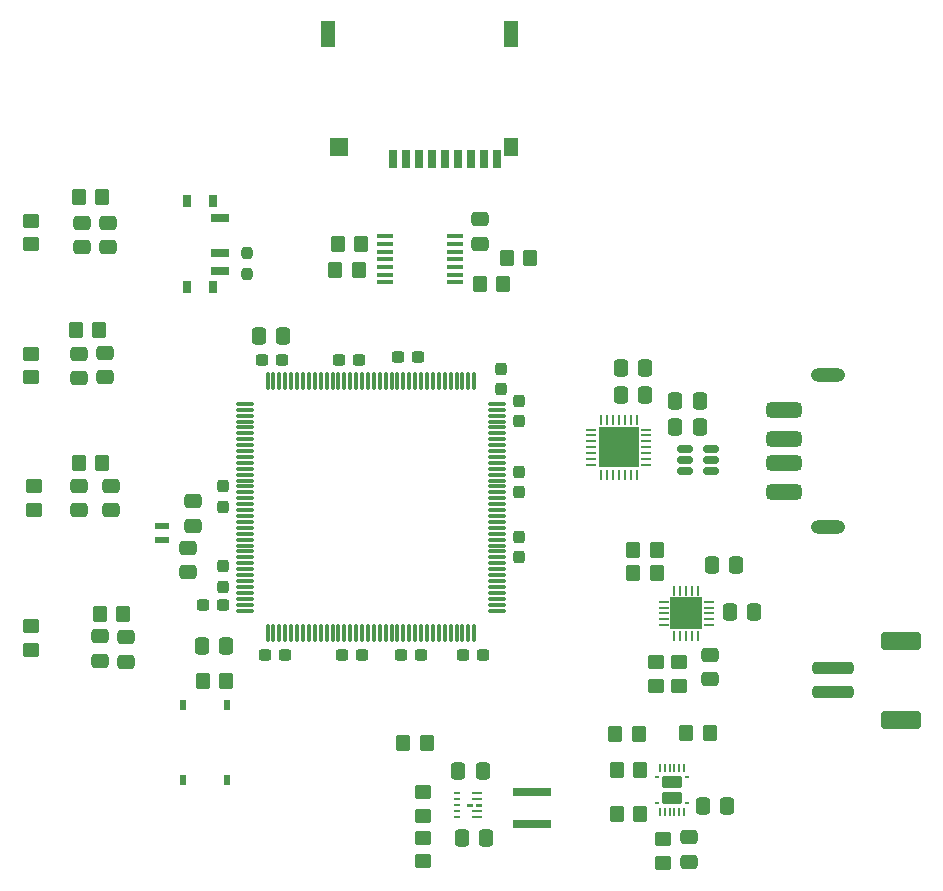
<source format=gbr>
%TF.GenerationSoftware,KiCad,Pcbnew,8.0.8*%
%TF.CreationDate,2025-03-12T15:40:14-04:00*%
%TF.ProjectId,ECE477-SeniorDesign,45434534-3737-42d5-9365-6e696f724465,rev?*%
%TF.SameCoordinates,Original*%
%TF.FileFunction,Paste,Top*%
%TF.FilePolarity,Positive*%
%FSLAX46Y46*%
G04 Gerber Fmt 4.6, Leading zero omitted, Abs format (unit mm)*
G04 Created by KiCad (PCBNEW 8.0.8) date 2025-03-12 15:40:14*
%MOMM*%
%LPD*%
G01*
G04 APERTURE LIST*
G04 Aperture macros list*
%AMRoundRect*
0 Rectangle with rounded corners*
0 $1 Rounding radius*
0 $2 $3 $4 $5 $6 $7 $8 $9 X,Y pos of 4 corners*
0 Add a 4 corners polygon primitive as box body*
4,1,4,$2,$3,$4,$5,$6,$7,$8,$9,$2,$3,0*
0 Add four circle primitives for the rounded corners*
1,1,$1+$1,$2,$3*
1,1,$1+$1,$4,$5*
1,1,$1+$1,$6,$7*
1,1,$1+$1,$8,$9*
0 Add four rect primitives between the rounded corners*
20,1,$1+$1,$2,$3,$4,$5,0*
20,1,$1+$1,$4,$5,$6,$7,0*
20,1,$1+$1,$6,$7,$8,$9,0*
20,1,$1+$1,$8,$9,$2,$3,0*%
%AMFreePoly0*
4,1,21,-0.300000,0.050000,-0.296194,0.069134,-0.285355,0.085355,-0.269134,0.096194,-0.250000,0.100000,0.250000,0.100000,0.269134,0.096194,0.285355,0.085355,0.296194,0.069134,0.300000,0.050000,0.300000,-0.050000,0.296194,-0.069134,0.285355,-0.085355,0.269134,-0.096194,0.250000,-0.100000,-0.250000,-0.100000,-0.269134,-0.096194,-0.285355,-0.085355,-0.296194,-0.069134,-0.300000,-0.050000,
-0.300000,0.050000,-0.300000,0.050000,$1*%
G04 Aperture macros list end*
%ADD10C,0.000000*%
%ADD11RoundRect,0.250000X1.500000X-0.250000X1.500000X0.250000X-1.500000X0.250000X-1.500000X-0.250000X0*%
%ADD12RoundRect,0.250001X1.449999X-0.499999X1.449999X0.499999X-1.449999X0.499999X-1.449999X-0.499999X0*%
%ADD13RoundRect,0.250000X-0.475000X0.337500X-0.475000X-0.337500X0.475000X-0.337500X0.475000X0.337500X0*%
%ADD14RoundRect,0.250000X-0.350000X-0.450000X0.350000X-0.450000X0.350000X0.450000X-0.350000X0.450000X0*%
%ADD15RoundRect,0.250000X-0.337500X-0.475000X0.337500X-0.475000X0.337500X0.475000X-0.337500X0.475000X0*%
%ADD16RoundRect,0.237500X-0.300000X-0.237500X0.300000X-0.237500X0.300000X0.237500X-0.300000X0.237500X0*%
%ADD17RoundRect,0.237500X0.300000X0.237500X-0.300000X0.237500X-0.300000X-0.237500X0.300000X-0.237500X0*%
%ADD18R,0.965200X0.254000*%
%ADD19R,0.254000X0.965200*%
%ADD20R,3.352800X3.352800*%
%ADD21RoundRect,0.250000X0.450000X-0.350000X0.450000X0.350000X-0.450000X0.350000X-0.450000X-0.350000X0*%
%ADD22RoundRect,0.250000X0.475000X-0.337500X0.475000X0.337500X-0.475000X0.337500X-0.475000X-0.337500X0*%
%ADD23RoundRect,0.250000X0.337500X0.475000X-0.337500X0.475000X-0.337500X-0.475000X0.337500X-0.475000X0*%
%ADD24RoundRect,0.250000X0.350000X0.450000X-0.350000X0.450000X-0.350000X-0.450000X0.350000X-0.450000X0*%
%ADD25RoundRect,0.050000X0.137500X-0.050000X0.137500X0.050000X-0.137500X0.050000X-0.137500X-0.050000X0*%
%ADD26RoundRect,0.270000X0.605000X-0.270000X0.605000X0.270000X-0.605000X0.270000X-0.605000X-0.270000X0*%
%ADD27FreePoly0,90.000000*%
%ADD28RoundRect,0.237500X-0.237500X0.250000X-0.237500X-0.250000X0.237500X-0.250000X0.237500X0.250000X0*%
%ADD29RoundRect,0.075000X-0.662500X-0.075000X0.662500X-0.075000X0.662500X0.075000X-0.662500X0.075000X0*%
%ADD30RoundRect,0.075000X-0.075000X-0.662500X0.075000X-0.662500X0.075000X0.662500X-0.075000X0.662500X0*%
%ADD31RoundRect,0.237500X0.237500X-0.300000X0.237500X0.300000X-0.237500X0.300000X-0.237500X-0.300000X0*%
%ADD32R,0.800000X1.000000*%
%ADD33R,1.500000X0.700000*%
%ADD34RoundRect,0.250000X-0.450000X0.350000X-0.450000X-0.350000X0.450000X-0.350000X0.450000X0.350000X0*%
%ADD35R,0.254000X0.812800*%
%ADD36R,0.812800X0.254000*%
%ADD37R,2.794000X2.794000*%
%ADD38R,0.558800X0.952500*%
%ADD39RoundRect,0.237500X-0.237500X0.300000X-0.237500X-0.300000X0.237500X-0.300000X0.237500X0.300000X0*%
%ADD40R,0.599999X0.249999*%
%ADD41R,0.900001X0.249999*%
%ADD42R,0.700000X1.600000*%
%ADD43R,1.200000X1.500000*%
%ADD44R,1.200000X2.200000*%
%ADD45R,1.600000X1.500000*%
%ADD46O,2.900000X1.200000*%
%ADD47RoundRect,0.325000X1.175000X-0.325000X1.175000X0.325000X-1.175000X0.325000X-1.175000X-0.325000X0*%
%ADD48R,1.200000X0.600000*%
%ADD49R,1.409700X0.355600*%
%ADD50R,3.200400X0.762000*%
%ADD51RoundRect,0.150000X0.512500X0.150000X-0.512500X0.150000X-0.512500X-0.150000X0.512500X-0.150000X0*%
G04 APERTURE END LIST*
D10*
%TO.C,U8*%
G36*
X174400000Y-84825900D02*
G01*
X172923600Y-84825900D01*
X172923600Y-83349500D01*
X174400000Y-83349500D01*
X174400000Y-84825900D01*
G37*
G36*
X174400000Y-86502300D02*
G01*
X172923600Y-86502300D01*
X172923600Y-85025900D01*
X174400000Y-85025900D01*
X174400000Y-86502300D01*
G37*
G36*
X176076400Y-84825900D02*
G01*
X174600000Y-84825900D01*
X174600000Y-83349500D01*
X176076400Y-83349500D01*
X176076400Y-84825900D01*
G37*
G36*
X176076400Y-86502300D02*
G01*
X174600000Y-86502300D01*
X174600000Y-85025900D01*
X176076400Y-85025900D01*
X176076400Y-86502300D01*
G37*
%TO.C,U6*%
G36*
X180100000Y-98900000D02*
G01*
X178903000Y-98900000D01*
X178903000Y-97703000D01*
X180100000Y-97703000D01*
X180100000Y-98900000D01*
G37*
G36*
X180100000Y-100297000D02*
G01*
X178903000Y-100297000D01*
X178903000Y-99100000D01*
X180100000Y-99100000D01*
X180100000Y-100297000D01*
G37*
G36*
X181497000Y-98900000D02*
G01*
X180300000Y-98900000D01*
X180300000Y-97703000D01*
X181497000Y-97703000D01*
X181497000Y-98900000D01*
G37*
G36*
X181497000Y-100297000D02*
G01*
X180300000Y-100297000D01*
X180300000Y-99100000D01*
X181497000Y-99100000D01*
X181497000Y-100297000D01*
G37*
%TO.C,U10*%
G36*
X162174999Y-115149998D02*
G01*
X162174999Y-115300000D01*
X162124999Y-115350000D01*
X161675000Y-115350000D01*
X161625000Y-115300000D01*
X161625000Y-115149998D01*
X161675000Y-115099998D01*
X162124999Y-115099998D01*
X162174999Y-115149998D01*
G37*
G36*
X162925000Y-115149998D02*
G01*
X162925000Y-115300000D01*
X162875000Y-115350000D01*
X162425001Y-115350000D01*
X162375001Y-115300000D01*
X162375001Y-115149998D01*
X162425001Y-115099998D01*
X162875000Y-115099998D01*
X162925000Y-115149998D01*
G37*
%TD*%
D11*
%TO.C,J6*%
X192600000Y-105650000D03*
X192600000Y-103650000D03*
D12*
X198350000Y-108000000D03*
X198350000Y-101300000D03*
%TD*%
D13*
%TO.C,C2*%
X138400000Y-89500000D03*
X138400000Y-91575000D03*
%TD*%
D14*
%TO.C,R3*%
X174200000Y-109200000D03*
X176200000Y-109200000D03*
%TD*%
D15*
%TO.C,C1*%
X139175000Y-101750000D03*
X141250000Y-101750000D03*
%TD*%
D16*
%TO.C,C9*%
X144275000Y-77500000D03*
X146000000Y-77500000D03*
%TD*%
D17*
%TO.C,C13*%
X163000000Y-102500000D03*
X161275000Y-102500000D03*
%TD*%
D13*
%TO.C,C36*%
X128750000Y-77000000D03*
X128750000Y-79075000D03*
%TD*%
D18*
%TO.C,U8*%
X176824100Y-86425900D03*
X176824100Y-85925901D03*
X176824100Y-85425899D03*
X176824100Y-84925900D03*
X176824100Y-84425901D03*
X176824100Y-83925899D03*
X176824100Y-83425900D03*
D19*
X176000000Y-82601800D03*
X175500001Y-82601800D03*
X174999999Y-82601800D03*
X174500000Y-82601800D03*
X174000001Y-82601800D03*
X173499999Y-82601800D03*
X173000000Y-82601800D03*
D18*
X172175900Y-83425900D03*
X172175900Y-83925899D03*
X172175900Y-84425901D03*
X172175900Y-84925900D03*
X172175900Y-85425899D03*
X172175900Y-85925901D03*
X172175900Y-86425900D03*
D19*
X173000000Y-87250000D03*
X173499999Y-87250000D03*
X174000001Y-87250000D03*
X174500000Y-87250000D03*
X174999999Y-87250000D03*
X175500001Y-87250000D03*
X176000000Y-87250000D03*
D20*
X174500000Y-84925900D03*
%TD*%
D21*
%TO.C,R7*%
X157900000Y-120000000D03*
X157900000Y-118000000D03*
%TD*%
%TO.C,R18*%
X177600000Y-105100000D03*
X177600000Y-103100000D03*
%TD*%
D22*
%TO.C,C41*%
X162700000Y-67700000D03*
X162700000Y-65625000D03*
%TD*%
D13*
%TO.C,C37*%
X128750000Y-88175000D03*
X128750000Y-90250000D03*
%TD*%
D14*
%TO.C,R16*%
X175700000Y-95600000D03*
X177700000Y-95600000D03*
%TD*%
D23*
%TO.C,C32*%
X176750000Y-80500000D03*
X174675000Y-80500000D03*
%TD*%
D13*
%TO.C,C39*%
X131000000Y-76925000D03*
X131000000Y-79000000D03*
%TD*%
D23*
%TO.C,C20*%
X163250000Y-118050000D03*
X161175000Y-118050000D03*
%TD*%
D15*
%TO.C,C25*%
X181600000Y-115300000D03*
X183675000Y-115300000D03*
%TD*%
D24*
%TO.C,R9*%
X176300000Y-115960000D03*
X174300000Y-115960000D03*
%TD*%
D13*
%TO.C,C27*%
X180400000Y-117960000D03*
X180400000Y-120035000D03*
%TD*%
D25*
%TO.C,U5*%
X177737500Y-115075000D03*
X180262500Y-115075000D03*
D26*
X179000000Y-114590000D03*
X179000000Y-113310000D03*
D25*
X177737500Y-112825000D03*
X180262500Y-112825000D03*
D27*
X178000000Y-115850000D03*
X178400000Y-115850000D03*
X178800000Y-115850000D03*
X179200000Y-115850000D03*
X179600000Y-115850000D03*
X180000000Y-115850000D03*
X180000000Y-112050000D03*
X179600000Y-112050000D03*
X179200000Y-112050000D03*
X178800000Y-112050000D03*
X178400000Y-112050000D03*
X178000000Y-112050000D03*
%TD*%
D14*
%TO.C,R25*%
X128750000Y-86250000D03*
X130750000Y-86250000D03*
%TD*%
D13*
%TO.C,C30*%
X182200000Y-102500000D03*
X182200000Y-104575000D03*
%TD*%
D21*
%TO.C,R4*%
X157900000Y-116150000D03*
X157900000Y-114150000D03*
%TD*%
D23*
%TO.C,C34*%
X176750000Y-78250000D03*
X174675000Y-78250000D03*
%TD*%
D15*
%TO.C,C29*%
X183900000Y-98900000D03*
X185975000Y-98900000D03*
%TD*%
D16*
%TO.C,C8*%
X150775000Y-77500000D03*
X152500000Y-77500000D03*
%TD*%
D15*
%TO.C,C18*%
X144025000Y-75500000D03*
X146100000Y-75500000D03*
%TD*%
D28*
%TO.C,R2*%
X143000000Y-68475000D03*
X143000000Y-70300000D03*
%TD*%
D13*
%TO.C,C42*%
X130550000Y-100950000D03*
X130550000Y-103025000D03*
%TD*%
D14*
%TO.C,R24*%
X128500000Y-75000000D03*
X130500000Y-75000000D03*
%TD*%
D29*
%TO.C,U2*%
X142837500Y-81250000D03*
X142837500Y-81750000D03*
X142837500Y-82250000D03*
X142837500Y-82750000D03*
X142837500Y-83250000D03*
X142837500Y-83750000D03*
X142837500Y-84250000D03*
X142837500Y-84750000D03*
X142837500Y-85250000D03*
X142837500Y-85750000D03*
X142837500Y-86250000D03*
X142837500Y-86750000D03*
X142837500Y-87250000D03*
X142837500Y-87750000D03*
X142837500Y-88250000D03*
X142837500Y-88750000D03*
X142837500Y-89250000D03*
X142837500Y-89750000D03*
X142837500Y-90250000D03*
X142837500Y-90750000D03*
X142837500Y-91250000D03*
X142837500Y-91750000D03*
X142837500Y-92250000D03*
X142837500Y-92750000D03*
X142837500Y-93250000D03*
X142837500Y-93750000D03*
X142837500Y-94250000D03*
X142837500Y-94750000D03*
X142837500Y-95250000D03*
X142837500Y-95750000D03*
X142837500Y-96250000D03*
X142837500Y-96750000D03*
X142837500Y-97250000D03*
X142837500Y-97750000D03*
X142837500Y-98250000D03*
X142837500Y-98750000D03*
D30*
X144750000Y-100662500D03*
X145250000Y-100662500D03*
X145750000Y-100662500D03*
X146250000Y-100662500D03*
X146750000Y-100662500D03*
X147250000Y-100662500D03*
X147750000Y-100662500D03*
X148250000Y-100662500D03*
X148750000Y-100662500D03*
X149250000Y-100662500D03*
X149750000Y-100662500D03*
X150250000Y-100662500D03*
X150750000Y-100662500D03*
X151250000Y-100662500D03*
X151750000Y-100662500D03*
X152250000Y-100662500D03*
X152750000Y-100662500D03*
X153250000Y-100662500D03*
X153750000Y-100662500D03*
X154250000Y-100662500D03*
X154750000Y-100662500D03*
X155250000Y-100662500D03*
X155750000Y-100662500D03*
X156250000Y-100662500D03*
X156750000Y-100662500D03*
X157250000Y-100662500D03*
X157750000Y-100662500D03*
X158250000Y-100662500D03*
X158750000Y-100662500D03*
X159250000Y-100662500D03*
X159750000Y-100662500D03*
X160250000Y-100662500D03*
X160750000Y-100662500D03*
X161250000Y-100662500D03*
X161750000Y-100662500D03*
X162250000Y-100662500D03*
D29*
X164162500Y-98750000D03*
X164162500Y-98250000D03*
X164162500Y-97750000D03*
X164162500Y-97250000D03*
X164162500Y-96750000D03*
X164162500Y-96250000D03*
X164162500Y-95750000D03*
X164162500Y-95250000D03*
X164162500Y-94750000D03*
X164162500Y-94250000D03*
X164162500Y-93750000D03*
X164162500Y-93250000D03*
X164162500Y-92750000D03*
X164162500Y-92250000D03*
X164162500Y-91750000D03*
X164162500Y-91250000D03*
X164162500Y-90750000D03*
X164162500Y-90250000D03*
X164162500Y-89750000D03*
X164162500Y-89250000D03*
X164162500Y-88750000D03*
X164162500Y-88250000D03*
X164162500Y-87750000D03*
X164162500Y-87250000D03*
X164162500Y-86750000D03*
X164162500Y-86250000D03*
X164162500Y-85750000D03*
X164162500Y-85250000D03*
X164162500Y-84750000D03*
X164162500Y-84250000D03*
X164162500Y-83750000D03*
X164162500Y-83250000D03*
X164162500Y-82750000D03*
X164162500Y-82250000D03*
X164162500Y-81750000D03*
X164162500Y-81250000D03*
D30*
X162250000Y-79337500D03*
X161750000Y-79337500D03*
X161250000Y-79337500D03*
X160750000Y-79337500D03*
X160250000Y-79337500D03*
X159750000Y-79337500D03*
X159250000Y-79337500D03*
X158750000Y-79337500D03*
X158250000Y-79337500D03*
X157750000Y-79337500D03*
X157250000Y-79337500D03*
X156750000Y-79337500D03*
X156250000Y-79337500D03*
X155750000Y-79337500D03*
X155250000Y-79337500D03*
X154750000Y-79337500D03*
X154250000Y-79337500D03*
X153750000Y-79337500D03*
X153250000Y-79337500D03*
X152750000Y-79337500D03*
X152250000Y-79337500D03*
X151750000Y-79337500D03*
X151250000Y-79337500D03*
X150750000Y-79337500D03*
X150250000Y-79337500D03*
X149750000Y-79337500D03*
X149250000Y-79337500D03*
X148750000Y-79337500D03*
X148250000Y-79337500D03*
X147750000Y-79337500D03*
X147250000Y-79337500D03*
X146750000Y-79337500D03*
X146250000Y-79337500D03*
X145750000Y-79337500D03*
X145250000Y-79337500D03*
X144750000Y-79337500D03*
%TD*%
D23*
%TO.C,C33*%
X181325000Y-83250000D03*
X179250000Y-83250000D03*
%TD*%
%TO.C,C19*%
X162975000Y-112350000D03*
X160900000Y-112350000D03*
%TD*%
D31*
%TO.C,C16*%
X141000000Y-96725000D03*
X141000000Y-95000000D03*
%TD*%
D13*
%TO.C,C38*%
X131250000Y-65925000D03*
X131250000Y-68000000D03*
%TD*%
D16*
%TO.C,C7*%
X155775000Y-77250000D03*
X157500000Y-77250000D03*
%TD*%
D32*
%TO.C,SWBOOT1*%
X140100000Y-64100000D03*
X137890000Y-64100000D03*
X140100000Y-71400000D03*
X137890000Y-71400000D03*
D33*
X140750000Y-65500000D03*
X140750000Y-68500000D03*
X140750000Y-70000000D03*
%TD*%
D31*
%TO.C,C11*%
X141000000Y-89975000D03*
X141000000Y-88250000D03*
%TD*%
%TO.C,C6*%
X166000000Y-82725000D03*
X166000000Y-81000000D03*
%TD*%
D24*
%TO.C,R1*%
X141250000Y-104750000D03*
X139250000Y-104750000D03*
%TD*%
D15*
%TO.C,C28*%
X182362500Y-94900000D03*
X184437500Y-94900000D03*
%TD*%
D34*
%TO.C,R22*%
X125000000Y-88250000D03*
X125000000Y-90250000D03*
%TD*%
D35*
%TO.C,U6*%
X181200001Y-97107700D03*
X180699999Y-97107700D03*
X180200000Y-97107700D03*
X179700001Y-97107700D03*
X179199999Y-97107700D03*
D36*
X178307700Y-97999999D03*
X178307700Y-98500001D03*
X178307700Y-99000000D03*
X178307700Y-99499999D03*
X178307700Y-100000001D03*
D35*
X179199999Y-100892300D03*
X179700001Y-100892300D03*
X180200000Y-100892300D03*
X180699999Y-100892300D03*
X181200001Y-100892300D03*
D36*
X182092300Y-100000001D03*
X182092300Y-99499999D03*
X182092300Y-99000000D03*
X182092300Y-98500001D03*
X182092300Y-97999999D03*
D37*
X180200000Y-99000000D03*
%TD*%
D22*
%TO.C,C3*%
X138000000Y-95500000D03*
X138000000Y-93425000D03*
%TD*%
D14*
%TO.C,R19*%
X150500000Y-69900000D03*
X152500000Y-69900000D03*
%TD*%
D38*
%TO.C,U1*%
X141308400Y-106737300D03*
X141308400Y-113100000D03*
X137600000Y-106737300D03*
X137600000Y-113100000D03*
%TD*%
D14*
%TO.C,R15*%
X174300000Y-112260000D03*
X176300000Y-112260000D03*
%TD*%
D34*
%TO.C,R20*%
X124750000Y-65750000D03*
X124750000Y-67750000D03*
%TD*%
D39*
%TO.C,C10*%
X166000000Y-92500000D03*
X166000000Y-94225000D03*
%TD*%
%TO.C,C4*%
X166000000Y-87025000D03*
X166000000Y-88750000D03*
%TD*%
D14*
%TO.C,R26*%
X165000000Y-68900000D03*
X167000000Y-68900000D03*
%TD*%
D40*
%TO.C,U10*%
X160824999Y-114224998D03*
X160824999Y-114725000D03*
X160824999Y-115224999D03*
X160824999Y-115724998D03*
X160824999Y-116225000D03*
D41*
X162475001Y-116225000D03*
X162475001Y-115724998D03*
X162475001Y-114725000D03*
X162475001Y-114224998D03*
%TD*%
D14*
%TO.C,R14*%
X175700000Y-93600000D03*
X177700000Y-93600000D03*
%TD*%
%TO.C,R27*%
X162700000Y-71100000D03*
X164700000Y-71100000D03*
%TD*%
D34*
%TO.C,R21*%
X124750000Y-77000000D03*
X124750000Y-79000000D03*
%TD*%
D17*
%TO.C,C17*%
X141000000Y-98250000D03*
X139275000Y-98250000D03*
%TD*%
D42*
%TO.C,CARD1*%
X155400000Y-60500000D03*
X156500000Y-60500000D03*
X157600000Y-60500000D03*
X158700000Y-60500000D03*
X159800000Y-60500000D03*
X160900000Y-60500000D03*
X162000000Y-60500000D03*
X163100000Y-60500000D03*
X164200000Y-60500000D03*
D43*
X165400000Y-59500000D03*
D44*
X165400000Y-49900000D03*
D45*
X150800000Y-59500000D03*
D44*
X149900000Y-49900000D03*
%TD*%
D34*
%TO.C,R17*%
X179600000Y-103100000D03*
X179600000Y-105100000D03*
%TD*%
D14*
%TO.C,R23*%
X128750000Y-63750000D03*
X130750000Y-63750000D03*
%TD*%
D46*
%TO.C,J7*%
X192210000Y-91650000D03*
X192210000Y-78850000D03*
D47*
X188510000Y-88750000D03*
X188510000Y-86250000D03*
X188510000Y-84250000D03*
X188510000Y-81750000D03*
%TD*%
D48*
%TO.C,Y1*%
X135800000Y-91600000D03*
X135800000Y-92800000D03*
%TD*%
D14*
%TO.C,R29*%
X130550000Y-99025000D03*
X132550000Y-99025000D03*
%TD*%
%TO.C,R11*%
X180200000Y-109100000D03*
X182200000Y-109100000D03*
%TD*%
D23*
%TO.C,C31*%
X181325000Y-81000000D03*
X179250000Y-81000000D03*
%TD*%
D14*
%TO.C,Rr1*%
X150700000Y-67700000D03*
X152700000Y-67700000D03*
%TD*%
%TO.C,R6*%
X156250000Y-110000000D03*
X158250000Y-110000000D03*
%TD*%
D31*
%TO.C,C5*%
X164500000Y-80000000D03*
X164500000Y-78275000D03*
%TD*%
D49*
%TO.C,U9*%
X154715950Y-67064899D03*
X154715950Y-67714900D03*
X154715950Y-68364901D03*
X154715950Y-69014900D03*
X154715950Y-69664899D03*
X154715950Y-70314900D03*
X154715950Y-70964899D03*
X160621450Y-70964901D03*
X160621450Y-70314900D03*
X160621450Y-69664901D03*
X160621450Y-69014900D03*
X160621450Y-68364901D03*
X160621450Y-67714900D03*
X160621450Y-67064901D03*
%TD*%
D13*
%TO.C,C35*%
X129000000Y-65925000D03*
X129000000Y-68000000D03*
%TD*%
D17*
%TO.C,C15*%
X146250000Y-102500000D03*
X144525000Y-102500000D03*
%TD*%
D13*
%TO.C,C40*%
X131500000Y-88175000D03*
X131500000Y-90250000D03*
%TD*%
D34*
%TO.C,R8*%
X178200000Y-118100000D03*
X178200000Y-120100000D03*
%TD*%
D17*
%TO.C,C14*%
X157750000Y-102500000D03*
X156025000Y-102500000D03*
%TD*%
D13*
%TO.C,C43*%
X132800000Y-101025000D03*
X132800000Y-103100000D03*
%TD*%
D34*
%TO.C,R28*%
X124700000Y-100100000D03*
X124700000Y-102100000D03*
%TD*%
D50*
%TO.C,L1*%
X167153700Y-114100000D03*
X167153700Y-116792400D03*
%TD*%
D51*
%TO.C,U7*%
X182337500Y-86950000D03*
X182337500Y-86000000D03*
X182337500Y-85050000D03*
X180062500Y-85050000D03*
X180062500Y-86000000D03*
X180062500Y-86950000D03*
%TD*%
D17*
%TO.C,C12*%
X152750000Y-102500000D03*
X151025000Y-102500000D03*
%TD*%
M02*

</source>
